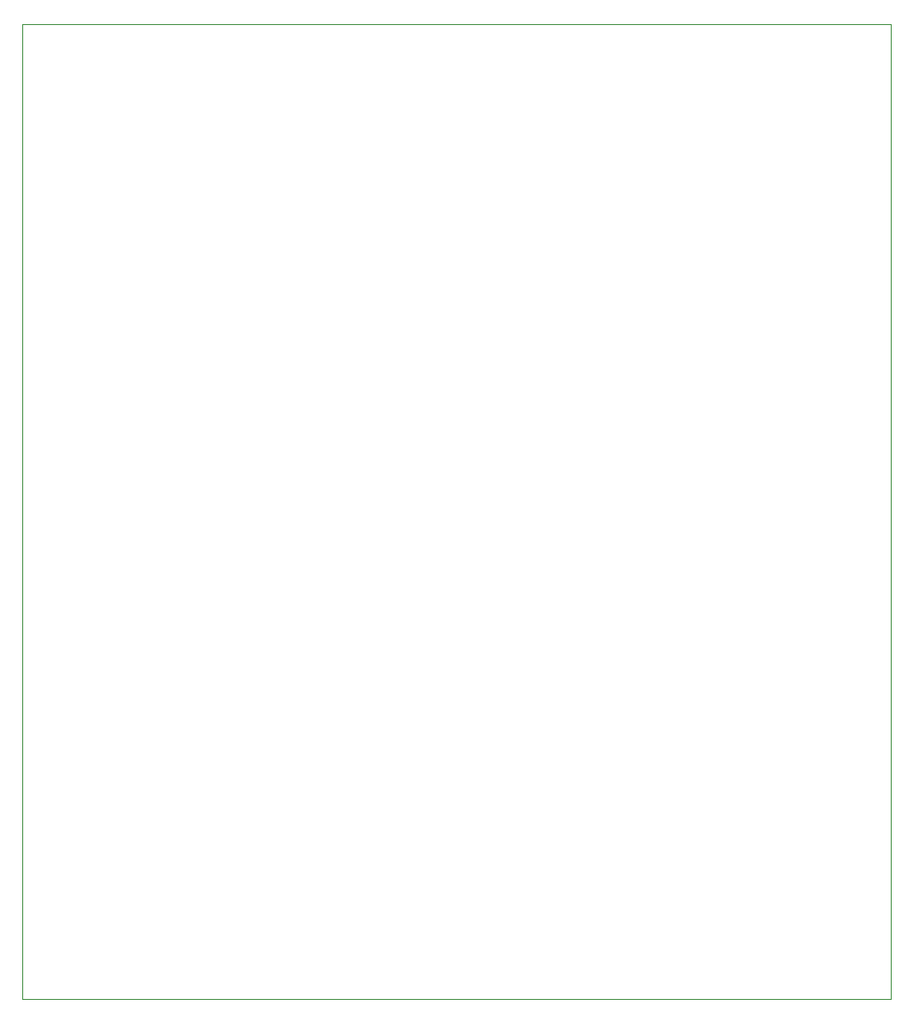
<source format=gbr>
%TF.GenerationSoftware,KiCad,Pcbnew,9.0.5-9.0.5~ubuntu24.04.1*%
%TF.CreationDate,2025-11-18T18:30:51-05:00*%
%TF.ProjectId,teslaCoilSensor,7465736c-6143-46f6-996c-53656e736f72,rev?*%
%TF.SameCoordinates,Original*%
%TF.FileFunction,Profile,NP*%
%FSLAX46Y46*%
G04 Gerber Fmt 4.6, Leading zero omitted, Abs format (unit mm)*
G04 Created by KiCad (PCBNEW 9.0.5-9.0.5~ubuntu24.04.1) date 2025-11-18 18:30:51*
%MOMM*%
%LPD*%
G01*
G04 APERTURE LIST*
%TA.AperFunction,Profile*%
%ADD10C,0.050000*%
%TD*%
G04 APERTURE END LIST*
D10*
X112126600Y-45600000D02*
X191500000Y-45600000D01*
X191500000Y-134600000D01*
X112126600Y-134600000D01*
X112126600Y-45600000D01*
M02*

</source>
